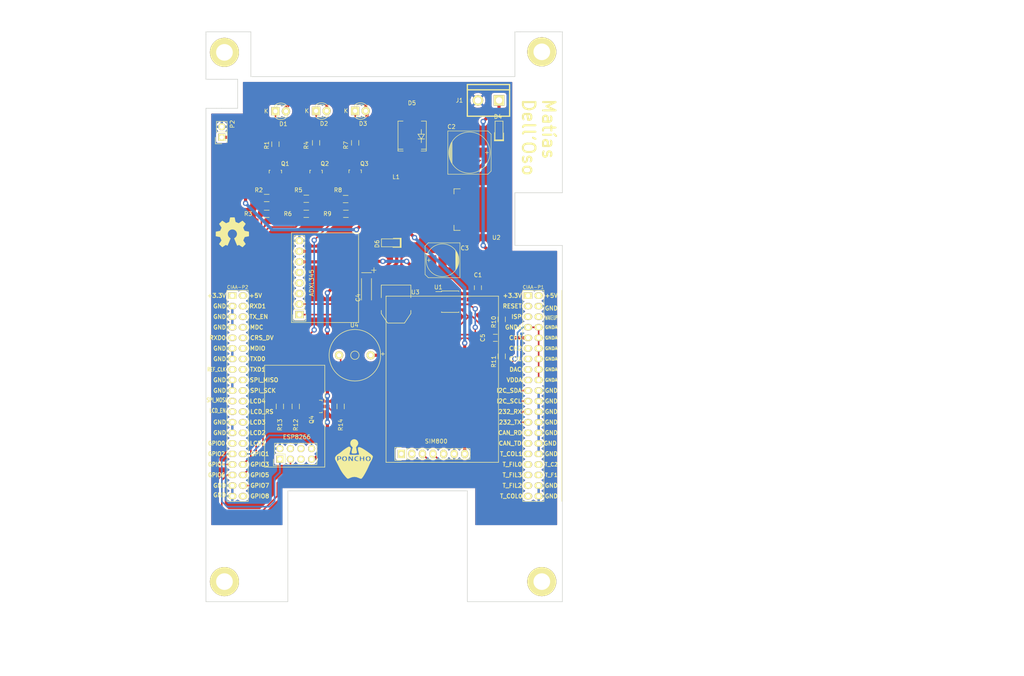
<source format=kicad_pcb>
(kicad_pcb (version 4) (host pcbnew 4.0.2-stable)
  (title_block (title "Detector de caídas - PCB") (date 2016-07-23) (rev 2.0) (company "CESE - Trabajo final de la materia \"Diseño de Circuitos Impresos\"") (comment 1 https://github.com/mdelloso/falling_detector) (comment 2 "Autores: Ver 'doc/CAMBIOS.txt'      Licencia: Ver  'doc/LICENCIA.txt'"))
  (layers (0 F.Cu signal) (31 B.Cu signal) (34 B.Paste user) (35 F.Paste user) (36 B.SilkS user) (37 F.SilkS user) (38 B.Mask user) (39 F.Mask user) (44 Edge.Cuts user))
  (net 0 "")
  (net 1 "/Circuito Principal/GPIO3")
  (net 2 GND)
  (net 3 +5V)
  (net 4 "/Circuito Principal/SDA")
  (net 5 "/Circuito Principal/GPIO5")
  (net 6 "/Circuito Principal/SCL")
  (net 7 "Net-(D1-Pad1)")
  (net 8 "Net-(D2-Pad1)")
  (net 9 "Net-(D3-Pad1)")
  (net 10 "/Circuito Principal/GPIO6")
  (net 11 "/Circuito Principal/GPIO4")
  (net 12 "/Circuito Principal/RS232_RXD")
  (net 13 "/Circuito Principal/RS232_TXD")
  (net 14 "/Conector del Poncho/GPIO1")
  (net 15 "/Conector del Poncho/GPIO2")
  (net 16 "Net-(Q1-Pad1)")
  (net 17 "Net-(Q1-Pad3)")
  (net 18 "Net-(Q2-Pad1)")
  (net 19 "Net-(Q2-Pad3)")
  (net 20 "Net-(Q3-Pad1)")
  (net 21 "Net-(Q3-Pad3)")
  (net 22 "Net-(C2-Pad1)")
  (net 23 "Net-(D5-Pad2)")
  (net 24 "Net-(D4-Pad1)")
  (net 25 "Net-(ADXL345-Pad3)")
  (net 26 "Net-(ADXL345-Pad4)")
  (net 27 "Net-(ADXL345-Pad5)")
  (net 28 "Net-(ESP8266-Pad4)")
  (net 29 "Net-(ESP8266-Pad5)")
  (net 30 "Net-(ESP8266-Pad6)")
  (net 31 "/Circuito Principal/ADC3")
  (net 32 "Net-(SIM800-Pad1)")
  (net 33 "Net-(SIM800-Pad2)")
  (net 34 "Net-(SIM800-Pad5)")
  (net 35 "Net-(U1-Pad1)")
  (net 36 "Net-(U1-Pad2)")
  (net 37 "Net-(U1-Pad3)")
  (net 38 "Net-(U1-Pad7)")
  (net 39 +3V3)
  (net 40 "/Conector del Poncho/ADC2")
  (net 41 "/Conector del Poncho/ADC1")
  (net 42 "/Conector del Poncho/WAKEUP")
  (net 43 "/Conector del Poncho/DAC")
  (net 44 +3.3VADC)
  (net 45 "/Conector del Poncho/RD")
  (net 46 "/Conector del Poncho/TD")
  (net 47 "/Conector del Poncho/COL1")
  (net 48 "/Conector del Poncho/F0")
  (net 49 "/Conector del Poncho/COL2")
  (net 50 "/Conector del Poncho/F1")
  (net 51 "/Conector del Poncho/F3")
  (net 52 "/Conector del Poncho/F2")
  (net 53 "/Conector del Poncho/RESET")
  (net 54 "/Conector del Poncho/ISP")
  (net 55 "/Conector del Poncho/COL0")
  (net 56 +3.3VP)
  (net 57 +5VP)
  (net 58 "/Conector del Poncho/RXD1")
  (net 59 "/Conector del Poncho/TXEN")
  (net 60 "/Conector del Poncho/MDC")
  (net 61 "/Conector del Poncho/RXD0")
  (net 62 "/Conector del Poncho/CRS")
  (net 63 "/Conector del Poncho/MDIO")
  (net 64 "/Conector del Poncho/TXD0")
  (net 65 "/Conector del Poncho/RCLK")
  (net 66 "/Conector del Poncho/TXD1")
  (net 67 "/Conector del Poncho/MISO")
  (net 68 "/Conector del Poncho/spiSCK")
  (net 69 "/Conector del Poncho/MOSI")
  (net 70 "/Conector del Poncho/LCD4")
  (net 71 "/Conector del Poncho/LCD_EN")
  (net 72 "/Conector del Poncho/RS")
  (net 73 "/Conector del Poncho/LCD3")
  (net 74 "/Conector del Poncho/LCD2")
  (net 75 "/Conector del Poncho/GPIO0")
  (net 76 "/Conector del Poncho/LCD1")
  (net 77 "/Circuito Principal/GPIO7")
  (net 78 "/Conector del Poncho/GPIO8")
  (net 79 "Net-(Q4-Pad1)")
  (net 80 "Net-(Q4-Pad3)")
  (net 81 "Net-(R14-Pad1)")
  (net 82 VDD)
  (net 83 "Net-(F1-Pad1)")
  (net 84 "Net-(F2-Pad1)")
  (net 85 VCC)
  (module footprints:Buzzer_12x9.5RM7.6 (layer F.Cu) (at 109.474 103.251 180)
    (fp_text reference U4 (at 0.127 7.239 180) (layer F.SilkS))
    (fp_text value Buzzer)
    (fp_text user + (at -6.731 0.381 180) (layer F.SilkS))
    (pad 1 thru_hole circle (at -3.79984 0 180) (size 2 2) (drill 1.00076) (layers *.Cu *.Mask F.SilkS) (net 85 VCC))
    (pad 2 thru_hole circle (at 3.79984 0 180) (size 2 2) (drill 1.00076) (layers *.Cu *.Mask F.SilkS) (net 81 "Net-(R14-Pad1)"))
  )
  (module footprints:Fiducial_1mm (layer F.Cu) (at 85.09 40.005)
    (fp_text reference F1 hide)
    (fp_text value FIDUCIAL hide)
    (pad 1 smd circle (at 0 0) (size 1 1) (layers F.Cu F.Mask) (net 83 "Net-(F1-Pad1)"))
  )
  (module footprints:Fiducial_1mm (layer F.Cu) (at 141.605 141.605)
    (fp_text reference F2 hide)
    (fp_text value FIDUCIAL hide)
    (pad 1 smd circle (at 0 0) (size 1 1) (layers F.Cu F.Mask) (net 84 "Net-(F2-Pad1)"))
  )
  (module footprints:Logo_Poncho (layer F.Cu) (at 109.22 128.27)
    (fp_text reference G*** hide)
    (fp_text value LOGO hide)
  )
  (module footprints:Logo_OSHWA (layer F.Cu) (at 80.01 73.66)
    (fp_text reference G101 hide)
    (fp_text value Logo_OSHWA hide)
  )
  (module footprints:adxl345 (layer F.Cu) (at 96.139 93.472 180)
    (fp_text reference ADXL345 (at -2.921 7.62 270) (layer F.SilkS))
    (fp_text value CONN_01X08)
    (pad 1 thru_hole rect (at 0 0 180) (size 2.032 1.7272) (drill 1.016) (layers *.Cu *.Mask F.SilkS) (net 6 "/Circuito Principal/SCL"))
    (pad 2 thru_hole oval (at 0 2.54 180) (size 2.032 1.7272) (drill 1.016) (layers *.Cu *.Mask F.SilkS) (net 4 "/Circuito Principal/SDA"))
    (pad 3 thru_hole oval (at 0 5.08 180) (size 2.032 1.7272) (drill 1.016) (layers *.Cu *.Mask F.SilkS) (net 25 "Net-(ADXL345-Pad3)"))
    (pad 4 thru_hole oval (at 0 7.62 180) (size 2.032 1.7272) (drill 1.016) (layers *.Cu *.Mask F.SilkS) (net 26 "Net-(ADXL345-Pad4)"))
    (pad 5 thru_hole oval (at 0 10.16 180) (size 2.032 1.7272) (drill 1.016) (layers *.Cu *.Mask F.SilkS) (net 27 "Net-(ADXL345-Pad5)"))
    (pad 6 thru_hole oval (at 0 12.7 180) (size 2.032 1.7272) (drill 1.016) (layers *.Cu *.Mask F.SilkS) (net 82 VDD))
    (pad 7 thru_hole oval (at 0 15.24 180) (size 2.032 1.7272) (drill 1.016) (layers *.Cu *.Mask F.SilkS) (net 82 VDD))
    (pad 8 thru_hole oval (at 0 17.78 180) (size 2.032 1.7272) (drill 1.016) (layers *.Cu *.Mask F.SilkS) (net 2 GND))
  )
  (module footprints:esp8266 (layer F.Cu) (at 91.44 128.27 90)
    (fp_text reference ESP8266 (at 5.334 4.064 180) (layer F.SilkS))
    (fp_text value CONN_02X04)
    (pad 1 thru_hole rect (at 0 0 90) (size 1.7272 1.7272) (drill 1.016) (layers *.Cu *.Mask F.SilkS) (net 15 "/Conector del Poncho/GPIO2"))
    (pad 2 thru_hole oval (at 2.54 0 90) (size 1.7272 1.7272) (drill 1.016) (layers *.Cu *.Mask F.SilkS) (net 2 GND))
    (pad 3 thru_hole oval (at 0 2.54 90) (size 1.7272 1.7272) (drill 1.016) (layers *.Cu *.Mask F.SilkS) (net 10 "/Circuito Principal/GPIO6"))
    (pad 4 thru_hole oval (at 2.54 2.54 90) (size 1.7272 1.7272) (drill 1.016) (layers *.Cu *.Mask F.SilkS) (net 28 "Net-(ESP8266-Pad4)"))
    (pad 5 thru_hole oval (at 0 5.08 90) (size 1.7272 1.7272) (drill 1.016) (layers *.Cu *.Mask F.SilkS) (net 29 "Net-(ESP8266-Pad5)"))
    (pad 6 thru_hole oval (at 2.54 5.08 90) (size 1.7272 1.7272) (drill 1.016) (layers *.Cu *.Mask F.SilkS) (net 30 "Net-(ESP8266-Pad6)"))
    (pad 7 thru_hole oval (at 0 7.62 90) (size 1.7272 1.7272) (drill 1.016) (layers *.Cu *.Mask F.SilkS) (net 82 VDD))
    (pad 8 thru_hole oval (at 2.54 7.62 90) (size 1.7272 1.7272) (drill 1.016) (layers *.Cu *.Mask F.SilkS) (net 14 "/Conector del Poncho/GPIO1"))
  )
  (module footprints:sim800l (layer F.Cu) (at 120.65 127 90)
    (fp_text reference SIM800 (at 3.048 8.382 180) (layer F.SilkS))
    (fp_text value CONN_01X07)
    (pad 1 thru_hole rect (at 0 0 90) (size 2.032 1.7272) (drill 1.016) (layers *.Cu *.Mask F.SilkS) (net 32 "Net-(SIM800-Pad1)"))
    (pad 2 thru_hole oval (at 0 2.54 90) (size 2.032 1.7272) (drill 1.016) (layers *.Cu *.Mask F.SilkS) (net 33 "Net-(SIM800-Pad2)"))
    (pad 3 thru_hole oval (at 0 5.08 90) (size 2.032 1.7272) (drill 1.016) (layers *.Cu *.Mask F.SilkS) (net 13 "/Circuito Principal/RS232_TXD"))
    (pad 4 thru_hole oval (at 0 7.62 90) (size 2.032 1.7272) (drill 1.016) (layers *.Cu *.Mask F.SilkS) (net 12 "/Circuito Principal/RS232_RXD"))
    (pad 5 thru_hole oval (at 0 10.16 90) (size 2.032 1.7272) (drill 1.016) (layers *.Cu *.Mask F.SilkS) (net 34 "Net-(SIM800-Pad5)"))
    (pad 6 thru_hole oval (at 0 12.7 90) (size 2.032 1.7272) (drill 1.016) (layers *.Cu *.Mask F.SilkS) (net 2 GND))
    (pad 7 thru_hole oval (at 0 15.24 90) (size 2.032 1.7272) (drill 1.016) (layers *.Cu *.Mask F.SilkS) (net 85 VCC))
  )
  (module footprints:C_0805_HandSoldering (layer F.Cu) (at 139.065 86.995 270)
    (fp_text reference C1 (at -3.048 0 360) (layer F.SilkS))
    (fp_text value 100nF)
    (pad 1 smd rect (at -1.25 0 270) (size 1.5 1.25) (layers F.Cu F.Paste F.Mask) (net 2 GND))
    (pad 2 smd rect (at 1.25 0 270) (size 1.5 1.25) (layers F.Cu F.Paste F.Mask) (net 82 VDD))
  )
  (module footprints:c2 (layer F.Cu) (at 137.033 54.483)
    (fp_text reference C2 (at -4.318 -6.223) (layer F.SilkS))
    (fp_text value 470uF hide)
    (pad 1 smd rect (at 4.0005 0) (size 4.0005 2.4003) (layers F.Cu F.Paste F.Mask) (net 22 "Net-(C2-Pad1)"))
    (pad 2 smd rect (at -4.0005 0) (size 4.0005 2.4003) (layers F.Cu F.Paste F.Mask) (net 2 GND))
  )
  (module footprints:c3 (layer F.Cu) (at 130.556 80.391 180)
    (fp_text reference C3 (at -5.334 2.921 360) (layer F.SilkS))
    (fp_text value 330uF hide)
    (pad 1 smd rect (at 3.2512 0 180) (size 3.50012 2.4003) (layers F.Cu F.Paste F.Mask) (net 85 VCC))
    (pad 2 smd rect (at -3.2512 0 180) (size 3.50012 2.4003) (layers F.Cu F.Paste F.Mask) (net 2 GND))
  )
  (module footprints:TantalC_SizeA_EIA-3216_HandSoldering (layer F.Cu) (at 112.268 87.376 270)
    (fp_text reference C4 (at 2.032 2.032 270) (layer F.SilkS))
    (fp_text value 10uF)
    (pad 2 smd rect (at 1.99898 0 270) (size 2.99974 1.50114) (layers F.Cu F.Paste F.Mask) (net 2 GND))
    (pad 1 smd rect (at -1.99898 0 270) (size 2.99974 1.50114) (layers F.Cu F.Paste F.Mask) (net 82 VDD))
  )
  (module footprints:C_0805_HandSoldering (layer F.Cu) (at 143.256 99.06)
    (fp_text reference C5 (at -3.048 0 90) (layer F.SilkS))
    (fp_text value 100nF)
    (pad 1 smd rect (at -1.25 0) (size 1.5 1.25) (layers F.Cu F.Paste F.Mask) (net 2 GND))
    (pad 2 smd rect (at 1.25 0) (size 1.5 1.25) (layers F.Cu F.Paste F.Mask) (net 31 "/Circuito Principal/ADC3"))
  )
  (module footprints:LED-3MM (layer F.Cu) (at 90.3605 44.5135)
    (fp_text reference D1 (at 1.91 3.06) (layer F.SilkS))
    (fp_text value LED)
    (fp_text user K (at -2.2225 0) (layer F.SilkS))
    (pad 1 thru_hole rect (at 0 0 90) (size 2 2) (drill 1.00076) (layers *.Cu *.Mask F.SilkS) (net 7 "Net-(D1-Pad1)"))
    (pad 2 thru_hole circle (at 2.54 0) (size 2 2) (drill 1.00076) (layers *.Cu *.Mask F.SilkS) (net 85 VCC))
  )
  (module footprints:LED-3MM (layer F.Cu) (at 100.1395 44.45)
    (fp_text reference D2 (at 1.91 3.06) (layer F.SilkS))
    (fp_text value LED)
    (fp_text user K (at -2.2225 0) (layer F.SilkS))
    (pad 1 thru_hole rect (at 0 0 90) (size 2 2) (drill 1.00076) (layers *.Cu *.Mask F.SilkS) (net 8 "Net-(D2-Pad1)"))
    (pad 2 thru_hole circle (at 2.54 0) (size 2 2) (drill 1.00076) (layers *.Cu *.Mask F.SilkS) (net 85 VCC))
  )
  (module footprints:LED-3MM (layer F.Cu) (at 109.5375 44.45)
    (fp_text reference D3 (at 1.91 3.06) (layer F.SilkS))
    (fp_text value LED)
    (fp_text user K (at -2.2225 0) (layer F.SilkS))
    (pad 1 thru_hole rect (at 0 0 90) (size 2 2) (drill 1.00076) (layers *.Cu *.Mask F.SilkS) (net 9 "Net-(D3-Pad1)"))
    (pad 2 thru_hole circle (at 2.54 0) (size 2 2) (drill 1.00076) (layers *.Cu *.Mask F.SilkS) (net 85 VCC))
  )
  (module footprints:SOD123F (layer F.Cu) (at 144.145 49.149 270)
    (fp_text reference D4 (at -3.302 0.254 360) (layer F.SilkS))
    (fp_text value PMEG3020EH hide)
    (pad 1 smd rect (at -1.42494 0) (size 1.80086 1.34112) (layers F.Cu F.Paste F.Mask) (net 24 "Net-(D4-Pad1)"))
    (pad 2 smd rect (at 1.43002 0) (size 1.80086 1.34112) (layers F.Cu F.Paste F.Mask) (net 22 "Net-(C2-Pad1)"))
  )
  (module footprints:SMC_Handsoldering (layer F.Cu) (at 123.25 50.5 90)
    (fp_text reference D5 (at 7.955 -0.06 180) (layer F.SilkS))
    (fp_text value B540C-13-F)
    (pad 2 smd rect (at -4.39928 0 180) (size 3.29946 4.50088) (layers F.Cu F.Paste F.Mask) (net 23 "Net-(D5-Pad2)"))
    (pad 1 smd rect (at 4.39928 0 180) (size 3.29946 4.49834) (layers F.Cu F.Paste F.Mask) (net 2 GND))
  )
  (module footprints:SOD123F (layer F.Cu) (at 118.11 76.2)
    (fp_text reference D6 (at -3.302 0.254 90) (layer F.SilkS))
    (fp_text value SMAZ5V6 hide)
    (pad 1 smd rect (at -1.42494 0 90) (size 1.80086 1.34112) (layers F.Cu F.Paste F.Mask) (net 2 GND))
    (pad 2 smd rect (at 1.43002 0 90) (size 1.80086 1.34112) (layers F.Cu F.Paste F.Mask) (net 85 VCC))
  )
  (module footprints:bornier2 (layer F.Cu) (at 141.605 41.91 180)
    (fp_text reference J1 (at 6.985 0 180) (layer F.SilkS))
    (fp_text value TB_1X2 hide)
    (pad 1 thru_hole rect (at -2.54 0 180) (size 2.54 2.54) (drill 1.524) (layers *.Cu *.Mask F.SilkS) (net 24 "Net-(D4-Pad1)"))
    (pad 2 thru_hole circle (at 2.54 0 180) (size 2.54 2.54) (drill 1.524) (layers *.Cu *.Mask F.SilkS) (net 2 GND))
  )
  (module footprints:SRN1060 (layer F.Cu) (at 119.4435 66.8655 270)
    (fp_text reference L1 (at -6.5405 0.0635 360) (layer F.SilkS))
    (fp_text value 47uH hide)
    (pad 2 smd rect (at 3.3 0 270) (size 3.5 10.2) (layers F.Cu F.Paste F.Mask) (net 85 VCC))
    (pad 1 smd rect (at -3.3 0 270) (size 3.5 10.2) (layers F.Cu F.Paste F.Mask) (net 23 "Net-(D5-Pad2)"))
  )
  (module footprints:Pin_Header_Straight_2x01 (layer F.Cu) (at 77.47 50.8 90)
    (fp_text reference P2 (at 3.175 2.54 90) (layer F.SilkS))
    (fp_text value CONN_02X01)
    (pad 1 thru_hole rect (at 0 0 90) (size 1.7272 1.7272) (drill 1.016) (layers *.Cu *.Mask F.SilkS) (net 85 VCC))
    (pad 2 thru_hole oval (at 2.54 0 90) (size 1.7272 1.7272) (drill 1.016) (layers *.Cu *.Mask F.SilkS) (net 2 GND))
  )
  (module footprints:SOT-23_Handsoldering (layer F.Cu) (at 90.3605 59.3725)
    (fp_text reference Q1 (at 2.3495 -2.2225) (layer F.SilkS))
    (fp_text value 2N7002)
    (pad 1 smd rect (at -0.95 1.50114) (size 0.8001 1.80086) (layers F.Cu F.Paste F.Mask) (net 16 "Net-(Q1-Pad1)"))
    (pad 2 smd rect (at 0.95 1.50114) (size 0.8001 1.80086) (layers F.Cu F.Paste F.Mask) (net 2 GND))
    (pad 3 smd rect (at 0 -1.50114) (size 0.8001 1.80086) (layers F.Cu F.Paste F.Mask) (net 17 "Net-(Q1-Pad3)"))
  )
  (module footprints:SOT-23_Handsoldering (layer F.Cu) (at 100.1395 59.3725)
    (fp_text reference Q2 (at 2.0955 -2.2225) (layer F.SilkS))
    (fp_text value 2N7002)
    (pad 1 smd rect (at -0.95 1.50114) (size 0.8001 1.80086) (layers F.Cu F.Paste F.Mask) (net 18 "Net-(Q2-Pad1)"))
    (pad 2 smd rect (at 0.95 1.50114) (size 0.8001 1.80086) (layers F.Cu F.Paste F.Mask) (net 2 GND))
    (pad 3 smd rect (at 0 -1.50114) (size 0.8001 1.80086) (layers F.Cu F.Paste F.Mask) (net 19 "Net-(Q2-Pad3)"))
  )
  (module footprints:SOT-23_Handsoldering (layer F.Cu) (at 109.5375 59.309)
    (fp_text reference Q3 (at 2.2225 -2.159) (layer F.SilkS))
    (fp_text value 2N7002)
    (pad 1 smd rect (at -0.95 1.50114) (size 0.8001 1.80086) (layers F.Cu F.Paste F.Mask) (net 20 "Net-(Q3-Pad1)"))
    (pad 2 smd rect (at 0.95 1.50114) (size 0.8001 1.80086) (layers F.Cu F.Paste F.Mask) (net 2 GND))
    (pad 3 smd rect (at 0 -1.50114) (size 0.8001 1.80086) (layers F.Cu F.Paste F.Mask) (net 21 "Net-(Q3-Pad3)"))
  )
  (module footprints:SOT-23_Handsoldering (layer F.Cu) (at 100.965 115.57 270)
    (fp_text reference Q4 (at 3.175 1.905 270) (layer F.SilkS))
    (fp_text value 2N7002)
    (pad 1 smd rect (at -0.95 1.50114 270) (size 0.8001 1.80086) (layers F.Cu F.Paste F.Mask) (net 79 "Net-(Q4-Pad1)"))
    (pad 2 smd rect (at 0.95 1.50114 270) (size 0.8001 1.80086) (layers F.Cu F.Paste F.Mask) (net 2 GND))
    (pad 3 smd rect (at 0 -1.50114 270) (size 0.8001 1.80086) (layers F.Cu F.Paste F.Mask) (net 80 "Net-(Q4-Pad3)"))
  )
  (module footprints:R_0805_HandSoldering (layer F.Cu) (at 90.3605 52.451 90)
    (fp_text reference R1 (at -0.254 -2.0955 90) (layer F.SilkS))
    (fp_text value 680)
    (pad 1 smd rect (at -1.35 0 90) (size 1.5 1.3) (layers F.Cu F.Paste F.Mask) (net 17 "Net-(Q1-Pad3)"))
    (pad 2 smd rect (at 1.35 0 90) (size 1.5 1.3) (layers F.Cu F.Paste F.Mask) (net 7 "Net-(D1-Pad1)"))
  )
  (module footprints:R_0805_HandSoldering (layer F.Cu) (at 88.265 65.405 180)
    (fp_text reference R2 (at 1.905 1.905 180) (layer F.SilkS))
    (fp_text value 10K)
    (pad 1 smd rect (at -1.35 0 180) (size 1.5 1.3) (layers F.Cu F.Paste F.Mask) (net 16 "Net-(Q1-Pad1)"))
    (pad 2 smd rect (at 1.35 0 180) (size 1.5 1.3) (layers F.Cu F.Paste F.Mask) (net 11 "/Circuito Principal/GPIO4"))
  )
  (module footprints:R_0805_HandSoldering (layer F.Cu) (at 88.265 69.215 180)
    (fp_text reference R3 (at 4.445 0 180) (layer F.SilkS))
    (fp_text value 330K)
    (pad 1 smd rect (at -1.35 0 180) (size 1.5 1.3) (layers F.Cu F.Paste F.Mask) (net 2 GND))
    (pad 2 smd rect (at 1.35 0 180) (size 1.5 1.3) (layers F.Cu F.Paste F.Mask) (net 11 "/Circuito Principal/GPIO4"))
  )
  (module footprints:R_0805_HandSoldering (layer F.Cu) (at 100.1395 52.1335 90)
    (fp_text reference R4 (at -0.5715 -2.3495 90) (layer F.SilkS))
    (fp_text value 680)
    (pad 1 smd rect (at -1.35 0 90) (size 1.5 1.3) (layers F.Cu F.Paste F.Mask) (net 19 "Net-(Q2-Pad3)"))
    (pad 2 smd rect (at 1.35 0 90) (size 1.5 1.3) (layers F.Cu F.Paste F.Mask) (net 8 "Net-(D2-Pad1)"))
  )
  (module footprints:R_0805_HandSoldering (layer F.Cu) (at 97.79 65.5955 180)
    (fp_text reference R5 (at 1.905 2.0955 180) (layer F.SilkS))
    (fp_text value 10K)
    (pad 1 smd rect (at -1.35 0 180) (size 1.5 1.3) (layers F.Cu F.Paste F.Mask) (net 18 "Net-(Q2-Pad1)"))
    (pad 2 smd rect (at 1.35 0 180) (size 1.5 1.3) (layers F.Cu F.Paste F.Mask) (net 1 "/Circuito Principal/GPIO3"))
  )
  (module footprints:R_0805_HandSoldering (layer F.Cu) (at 97.79 69.215 180)
    (fp_text reference R6 (at 4.445 0 180) (layer F.SilkS))
    (fp_text value 330K)
    (pad 1 smd rect (at -1.35 0 180) (size 1.5 1.3) (layers F.Cu F.Paste F.Mask) (net 2 GND))
    (pad 2 smd rect (at 1.35 0 180) (size 1.5 1.3) (layers F.Cu F.Paste F.Mask) (net 1 "/Circuito Principal/GPIO3"))
  )
  (module footprints:R_0805_HandSoldering (layer F.Cu) (at 109.5375 52.1335 90)
    (fp_text reference R7 (at -0.5715 -2.2225 90) (layer F.SilkS))
    (fp_text value 680)
    (pad 1 smd rect (at -1.35 0 90) (size 1.5 1.3) (layers F.Cu F.Paste F.Mask) (net 21 "Net-(Q3-Pad3)"))
    (pad 2 smd rect (at 1.35 0 90) (size 1.5 1.3) (layers F.Cu F.Paste F.Mask) (net 9 "Net-(D3-Pad1)"))
  )
  (module footprints:R_0805_HandSoldering (layer F.Cu) (at 107.2515 65.659 180)
    (fp_text reference R8 (at 1.8415 2.159 180) (layer F.SilkS))
    (fp_text value 10K)
    (pad 1 smd rect (at -1.35 0 180) (size 1.5 1.3) (layers F.Cu F.Paste F.Mask) (net 20 "Net-(Q3-Pad1)"))
    (pad 2 smd rect (at 1.35 0 180) (size 1.5 1.3) (layers F.Cu F.Paste F.Mask) (net 5 "/Circuito Principal/GPIO5"))
  )
  (module footprints:R_0805_HandSoldering (layer F.Cu) (at 107.315 69.215 180)
    (fp_text reference R9 (at 4.445 0 180) (layer F.SilkS))
    (fp_text value 330K)
    (pad 1 smd rect (at -1.35 0 180) (size 1.5 1.3) (layers F.Cu F.Paste F.Mask) (net 2 GND))
    (pad 2 smd rect (at 1.35 0 180) (size 1.5 1.3) (layers F.Cu F.Paste F.Mask) (net 5 "/Circuito Principal/GPIO5"))
  )
  (module footprints:R_0805_HandSoldering (layer F.Cu) (at 144.78 94.615 270)
    (fp_text reference R10 (at 0.635 1.905 270) (layer F.SilkS))
    (fp_text value 470K)
    (pad 1 smd rect (at -1.35 0 270) (size 1.5 1.3) (layers F.Cu F.Paste F.Mask) (net 24 "Net-(D4-Pad1)"))
    (pad 2 smd rect (at 1.35 0 270) (size 1.5 1.3) (layers F.Cu F.Paste F.Mask) (net 31 "/Circuito Principal/ADC3"))
  )
  (module footprints:R_0805_HandSoldering (layer F.Cu) (at 144.78 103.505 270)
    (fp_text reference R11 (at 1.27 1.905 270) (layer F.SilkS))
    (fp_text value 270K)
    (pad 1 smd rect (at -1.35 0 270) (size 1.5 1.3) (layers F.Cu F.Paste F.Mask) (net 31 "/Circuito Principal/ADC3"))
    (pad 2 smd rect (at 1.35 0 270) (size 1.5 1.3) (layers F.Cu F.Paste F.Mask) (net 2 GND))
  )
  (module footprints:R_0805_HandSoldering (layer F.Cu) (at 95.25 115.57 270)
    (fp_text reference R12 (at 4.445 0 270) (layer F.SilkS))
    (fp_text value 10K)
    (pad 1 smd rect (at -1.35 0 270) (size 1.5 1.3) (layers F.Cu F.Paste F.Mask) (net 77 "/Circuito Principal/GPIO7"))
    (pad 2 smd rect (at 1.35 0 270) (size 1.5 1.3) (layers F.Cu F.Paste F.Mask) (net 79 "Net-(Q4-Pad1)"))
  )
  (module footprints:R_0805_HandSoldering (layer F.Cu) (at 91.44 115.57 270)
    (fp_text reference R13 (at 4.445 0 270) (layer F.SilkS))
    (fp_text value 330K)
    (pad 1 smd rect (at -1.35 0 270) (size 1.5 1.3) (layers F.Cu F.Paste F.Mask) (net 77 "/Circuito Principal/GPIO7"))
    (pad 2 smd rect (at 1.35 0 270) (size 1.5 1.3) (layers F.Cu F.Paste F.Mask) (net 2 GND))
  )
  (module footprints:R_0805_HandSoldering (layer F.Cu) (at 106.045 115.57 270)
    (fp_text reference R14 (at 4.445 0 270) (layer F.SilkS))
    (fp_text value 680)
    (pad 1 smd rect (at -1.35 0 270) (size 1.5 1.3) (layers F.Cu F.Paste F.Mask) (net 81 "Net-(R14-Pad1)"))
    (pad 2 smd rect (at 1.35 0 270) (size 1.5 1.3) (layers F.Cu F.Paste F.Mask) (net 80 "Net-(Q4-Pad3)"))
  )
  (module footprints:SOIC-8_3.9x4.9mm_Pitch1.27mm (layer F.Cu) (at 132.3975 90.3605)
    (fp_text reference U1 (at -2.8575 -3.4925) (layer F.SilkS))
    (fp_text value 24LC64)
    (pad 1 smd rect (at -2.7 -1.905) (size 1.55 0.6) (layers F.Cu F.Paste F.Mask) (net 35 "Net-(U1-Pad1)"))
    (pad 2 smd rect (at -2.7 -0.635) (size 1.55 0.6) (layers F.Cu F.Paste F.Mask) (net 36 "Net-(U1-Pad2)"))
    (pad 3 smd rect (at -2.7 0.635) (size 1.55 0.6) (layers F.Cu F.Paste F.Mask) (net 37 "Net-(U1-Pad3)"))
    (pad 4 smd rect (at -2.7 1.905) (size 1.55 0.6) (layers F.Cu F.Paste F.Mask) (net 2 GND))
    (pad 5 smd rect (at 2.7 1.905) (size 1.55 0.6) (layers F.Cu F.Paste F.Mask) (net 4 "/Circuito Principal/SDA"))
    (pad 6 smd rect (at 2.7 0.635) (size 1.55 0.6) (layers F.Cu F.Paste F.Mask) (net 6 "/Circuito Principal/SCL"))
    (pad 7 smd rect (at 2.7 -0.635) (size 1.55 0.6) (layers F.Cu F.Paste F.Mask) (net 38 "Net-(U1-Pad7)"))
    (pad 8 smd rect (at 2.7 -1.905) (size 1.55 0.6) (layers F.Cu F.Paste F.Mask) (net 82 VDD))
  )
  (module footprints:TO-263-5Lead (layer F.Cu) (at 130.81 68.199)
    (fp_text reference U2 (at 12.7 6.731 180) (layer F.SilkS))
    (fp_text value LM2596)
    (pad 5 smd rect (at 0 3.4) (size 4.6 1.1) (layers F.Cu F.Paste F.Mask) (net 2 GND))
    (pad 4 smd rect (at 0 1.7) (size 4.6 1.1) (layers F.Cu F.Paste F.Mask) (net 85 VCC))
    (pad 2 smd rect (at 0 -1.7) (size 4.6 1.1) (layers F.Cu F.Paste F.Mask) (net 23 "Net-(D5-Pad2)"))
    (pad 3 smd rect (at 9.15 0) (size 9.4 10.8) (layers F.Cu F.Paste F.Mask) (net 2 GND))
    (pad 3 smd rect (at 0 0) (size 4.6 1.1) (layers F.Cu F.Paste F.Mask) (net 2 GND))
    (pad 1 smd rect (at 0 -3.4) (size 4.6 1.1) (layers F.Cu F.Paste F.Mask) (net 22 "Net-(C2-Pad1)"))
  )
  (module footprints:SOT-223 (layer F.Cu) (at 119.38 90.932 180)
    (fp_text reference U3 (at -4.6355 2.8575 180) (layer F.SilkS))
    (fp_text value NCP1117ST33T3G)
    (pad 4 smd rect (at 0 -3.302 180) (size 3.6576 2.032) (layers F.Cu F.Paste F.Mask))
    (pad 2 smd rect (at 0 3.302 180) (size 1.016 2.032) (layers F.Cu F.Paste F.Mask) (net 82 VDD))
    (pad 3 smd rect (at 2.286 3.302 180) (size 1.016 2.032) (layers F.Cu F.Paste F.Mask) (net 85 VCC))
    (pad 1 smd rect (at -2.286 3.302 180) (size 1.016 2.032) (layers F.Cu F.Paste F.Mask) (net 2 GND))
  )
  (module footprints:Conn_Poncho_Completo (layer F.Cu) (at 151.13 88.9)
    (fp_text reference XA1 hide)
    (fp_text value Conn_Poncho2P_2x_20x2 hide)
    (fp_text user GPIO8 (at -64.516 48.26) (layer F.SilkS) (effects (font (thickness 0.2))))
    (fp_text user GPIO7 (at -64.516 45.72) (layer F.SilkS) (effects (font (thickness 0.2))))
    (fp_text user GPIO5 (at -64.516 43.18) (layer F.SilkS) (effects (font (thickness 0.2))))
    (fp_text user GPIO3 (at -64.516 40.64) (layer F.SilkS) (effects (font (thickness 0.2))))
    (fp_text user GPIO1 (at -64.516 38.1) (layer F.SilkS) (effects (font (thickness 0.2))))
    (fp_text user LCD1 (at -65.024 35.56) (layer F.SilkS) (effects (font (thickness 0.2))))
    (fp_text user LCD2 (at -65.024 33.02) (layer F.SilkS) (effects (font (thickness 0.2))))
    (fp_text user LCD3 (at -65.024 30.48) (layer F.SilkS) (effects (font (thickness 0.2))))
    (fp_text user LCD_RS (at -64.008 27.94) (layer F.SilkS) (effects (font (thickness 0.2))))
    (fp_text user LCD4 (at -65.024 25.4) (layer F.SilkS) (effects (font (thickness 0.2))))
    (fp_text user SPI_SCK (at -63.754 22.86) (layer F.SilkS) (effects (font (thickness 0.2))))
    (fp_text user SPI_MISO (at -63.5 20.32) (layer F.SilkS) (effects (font (thickness 0.2))))
    (fp_text user TXD1 (at -65.024 17.78) (layer F.SilkS) (effects (font (thickness 0.2))))
    (fp_text user TXD0 (at -65.024 15.24) (layer F.SilkS) (effects (font (thickness 0.2))))
    (fp_text user MDIO (at -65.024 12.7) (layer F.SilkS) (effects (font (thickness 0.2))))
    (fp_text user CRS_DV (at -64.008 10.16) (layer F.SilkS) (effects (font (thickness 0.2))))
    (fp_text user MDC (at -65.278 7.62) (layer F.SilkS) (effects (font (thickness 0.2))))
    (fp_text user TX_EN (at -64.77 5.08) (layer F.SilkS) (effects (font (thickness 0.2))))
    (fp_text user RXD1 (at -65.024 2.54) (layer F.SilkS) (effects (font (thickness 0.2))))
    (fp_text user +5V (at -65.532 0) (layer F.SilkS) (effects (font (thickness 0.2))))
    (fp_text user GND (at -74.168 48.006) (layer F.SilkS) (effects (font (thickness 0.2))))
    (fp_text user GND (at -74.168 45.72) (layer F.SilkS) (effects (font (thickness 0.2))))
    (fp_text user GPIO6 (at -74.93 43.18) (layer F.SilkS) (effects (font (size 1 0.9) (thickness 0.2))))
    (fp_text user GPIO4 (at -74.93 40.64) (layer F.SilkS) (effects (font (size 1 0.9) (thickness 0.2))))
    (fp_text user GPIO2 (at -74.93 38.1) (layer F.SilkS) (effects (font (size 1 0.9) (thickness 0.2))))
    (fp_text user GPIO0 (at -74.93 35.56) (layer F.SilkS) (effects (font (size 1 0.9) (thickness 0.2))))
    (fp_text user GND (at -74.168 33.02) (layer F.SilkS) (effects (font (thickness 0.2))))
    (fp_text user GND (at -74.168 30.48) (layer F.SilkS) (effects (font (thickness 0.2))))
    (fp_text user LCD_EN (at -74.676 27.686) (layer F.SilkS) (effects (font (size 1 0.7) (thickness 0.17))))
    (fp_text user SPI_MOSI (at -74.93 25.146) (layer F.SilkS) (effects (font (size 1 0.7) (thickness 0.17))))
    (fp_text user GND (at -74.168 22.86) (layer F.SilkS) (effects (font (thickness 0.2))))
    (fp_text user GND (at -74.168 20.32) (layer F.SilkS) (effects (font (thickness 0.2))))
    (fp_text user REF_CLK (at -74.93 17.78) (layer F.SilkS) (effects (font (size 0.9 0.7) (thickness 0.175))))
    (fp_text user GND (at -74.168 15.24) (layer F.SilkS) (effects (font (thickness 0.2))))
    (fp_text user GND (at -74.168 12.7) (layer F.SilkS) (effects (font (thickness 0.2))))
    (fp_text user GND (at -74.168 7.62) (layer F.SilkS) (effects (font (thickness 0.2))))
    (fp_text user RXD0 (at -74.676 10.16) (layer F.SilkS) (effects (font (thickness 0.2))))
    (fp_text user GND (at -74.168 5.08) (layer F.SilkS) (effects (font (thickness 0.2))))
    (fp_text user GND (at -74.168 2.54) (layer F.SilkS) (effects (font (thickness 0.2))))
    (fp_text user +3.3V (at -74.93 0) (layer F.SilkS) (effects (font (thickness 0.2))))
    (fp_text user GND (at 5.588 48.26) (layer F.SilkS) (effects (font (thickness 0.2))))
    (fp_text user GND (at 5.588 45.72) (layer F.SilkS) (effects (font (thickness 0.2))))
    (fp_text user T_F1 (at 5.588 43.18) (layer F.SilkS) (effects (font (size 0.9 0.9) (thickness 0.18))))
    (fp_text user T_C2 (at 5.588 40.64) (layer F.SilkS) (effects (font (size 0.9 0.9) (thickness 0.18))))
    (fp_text user GND (at 5.588 38.1) (layer F.SilkS) (effects (font (thickness 0.2))))
    (fp_text user GND (at 5.334 35.56) (layer F.SilkS) (effects (font (thickness 0.2))))
    (fp_text user GND (at 5.588 33.02) (layer F.SilkS) (effects (font (thickness 0.2))))
    (fp_text user GND (at 5.588 30.48) (layer F.SilkS) (effects (font (thickness 0.2))))
    (fp_text user GND (at 5.588 27.94) (layer F.SilkS) (effects (font (thickness 0.2))))
    (fp_text user GND (at 5.588 25.4) (layer F.SilkS) (effects (font (thickness 0.2))))
    (fp_text user GND (at 5.588 22.86) (layer F.SilkS) (effects (font (thickness 0.2))))
    (fp_text user GNDA (at 5.588 20.32) (layer F.SilkS) (effects (font (size 0.76 0.76) (thickness 0.19))))
    (fp_text user GNDA (at 5.588 17.78) (layer F.SilkS) (effects (font (size 0.76 0.76) (thickness 0.19))))
    (fp_text user GNDA (at 5.588 15.24) (layer F.SilkS) (effects (font (size 0.76 0.76) (thickness 0.19))))
    (fp_text user GNDA (at 5.588 12.7) (layer F.SilkS) (effects (font (size 0.76 0.76) (thickness 0.19))))
    (fp_text user GNDA (at 5.588 10.16) (layer F.SilkS) (effects (font (size 0.76 0.76) (thickness 0.19))))
    (fp_text user GNDA (at 5.588 7.62) (layer F.SilkS) (effects (font (size 0.76 0.76) (thickness 0.19))))
    (fp_text user WAKEUP (at 5.588 5.334) (layer F.SilkS) (effects (font (size 1 0.5) (thickness 0.125))))
    (fp_text user GND (at 5.588 3.048) (layer F.SilkS) (effects (font (thickness 0.2))))
    (fp_text user +5V (at 5.588 0) (layer F.SilkS) (effects (font (thickness 0.2))))
    (fp_text user T_COL0 (at -4.064 48.26) (layer F.SilkS) (effects (font (thickness 0.2))))
    (fp_text user T_FIL2 (at -3.81 45.72) (layer F.SilkS) (effects (font (thickness 0.2))))
    (fp_text user T_FIL3 (at -3.81 43.18) (layer F.SilkS) (effects (font (thickness 0.2))))
    (fp_text user T_FIL0 (at -3.81 40.64) (layer F.SilkS) (effects (font (thickness 0.2))))
    (fp_text user T_COL1 (at -4.064 38.1) (layer F.SilkS) (effects (font (thickness 0.2))))
    (fp_text user CAN_TD (at -4.318 35.56) (layer F.SilkS) (effects (font (thickness 0.2))))
    (fp_text user CAN_RD (at -4.318 33.02) (layer F.SilkS) (effects (font (thickness 0.2))))
    (fp_text user 232_TX (at -4.318 30.48) (layer F.SilkS) (effects (font (thickness 0.2))))
    (fp_text user 232_RX (at -4.318 27.94) (layer F.SilkS) (effects (font (thickness 0.2))))
    (fp_text user I2C_SCL (at -4.572 25.4) (layer F.SilkS) (effects (font (thickness 0.2))))
    (fp_text user I2C_SDA (at -4.572 22.86) (layer F.SilkS) (effects (font (thickness 0.2))))
    (fp_text user VDDA (at -3.302 20.32) (layer F.SilkS) (effects (font (thickness 0.2))))
    (fp_text user DAC (at -3.048 17.78) (layer F.SilkS) (effects (font (thickness 0.2))))
    (fp_text user CH1 (at -3.048 15.24) (layer F.SilkS) (effects (font (thickness 0.2))))
    (fp_text user CH2 (at -3.048 12.7) (layer F.SilkS) (effects (font (thickness 0.2))))
    (fp_text user CH3 (at -3.048 10.16) (layer F.SilkS) (effects (font (thickness 0.2))))
    (fp_text user GNDA (at -3.556 7.62) (layer F.SilkS) (effects (font (thickness 0.2))))
    (fp_text user ISP (at -2.794 5.08) (layer F.SilkS) (effects (font (thickness 0.2))))
    (fp_text user RESET (at -3.81 2.54) (layer F.SilkS) (effects (font (thickness 0.2))))
    (fp_text user CIAA-P2 (at -69.85 -2.032) (layer F.SilkS) (effects (font (size 0.8 0.8) (thickness 0.12))))
    (fp_text user CIAA-P1 (at 1.27 -2.032) (layer F.SilkS) (effects (font (size 0.8 0.8) (thickness 0.12))))
    (fp_text user +3.3V (at -3.81 0) (layer F.SilkS) (effects (font (thickness 0.2))))
    (pad 1 thru_hole rect (at 0 0 270) (size 1.524 2) (drill 1.016) (layers *.Cu *.Mask F.SilkS) (net 39 +3V3))
    (pad 2 thru_hole oval (at 2.54 0 270) (size 1.524 2) (drill 1.016) (layers *.Cu *.Mask F.SilkS) (net 3 +5V))
    (pad 11 thru_hole oval (at 0 12.7 270) (size 1.524 2) (drill 1.016) (layers *.Cu *.Mask F.SilkS) (net 40 "/Conector del Poncho/ADC2"))
    (pad 4 thru_hole oval (at 2.54 2.54 270) (size 1.524 2) (drill 1.016) (layers *.Cu *.Mask F.SilkS) (net 2 GND))
    (pad 13 thru_hole oval (at 0 15.24 270) (size 1.524 2) (drill 1.016) (layers *.Cu *.Mask F.SilkS) (net 41 "/Conector del Poncho/ADC1"))
    (pad 6 thru_hole oval (at 2.54 5.08 270) (size 1.524 2) (drill 1.016) (layers *.Cu *.Mask F.SilkS) (net 42 "/Conector del Poncho/WAKEUP"))
    (pad 15 thru_hole oval (at 0 17.78 270) (size 1.524 2) (drill 1.016) (layers *.Cu *.Mask F.SilkS) (net 43 "/Conector del Poncho/DAC"))
    (pad 8 thru_hole oval (at 2.54 7.62 270) (size 1.524 2) (drill 1.016) (layers *.Cu *.Mask F.SilkS) (net 2 GND))
    (pad 17 thru_hole oval (at 0 20.32 270) (size 1.524 2) (drill 1.016) (layers *.Cu *.Mask F.SilkS) (net 44 +3.3VADC))
    (pad 10 thru_hole oval (at 2.54 10.16 270) (size 1.524 2) (drill 1.016) (layers *.Cu *.Mask F.SilkS) (net 2 GND))
    (pad 19 thru_hole oval (at 0 22.86 270) (size 1.524 2) (drill 1.016) (layers *.Cu *.Mask F.SilkS) (net 4 "/Circuito Principal/SDA"))
    (pad 12 thru_hole oval (at 2.54 12.7 270) (size 1.524 2) (drill 1.016) (layers *.Cu *.Mask F.SilkS) (net 2 GND))
    (pad 21 thru_hole oval (at 0 25.4 270) (size 1.524 2) (drill 1.016) (layers *.Cu *.Mask F.SilkS) (net 6 "/Circuito Principal/SCL"))
    (pad 14 thru_hole oval (at 2.54 15.24 270) (size 1.524 2) (drill 1.016) (layers *.Cu *.Mask F.SilkS) (net 2 GND))
    (pad 23 thru_hole oval (at 0 27.94 270) (size 1.524 2) (drill 1.016) (layers *.Cu *.Mask F.SilkS) (net 12 "/Circuito Principal/RS232_RXD"))
    (pad 16 thru_hole oval (at 2.54 17.78 270) (size 1.524 2) (drill 1.016) (layers *.Cu *.Mask F.SilkS) (net 2 GND))
    (pad 25 thru_hole oval (at 0 30.48 270) (size 1.524 2) (drill 1.016) (layers *.Cu *.Mask F.SilkS) (net 13 "/Circuito Principal/RS232_TXD"))
    (pad 18 thru_hole oval (at 2.54 20.32 270) (size 1.524 2) (drill 1.016) (layers *.Cu *.Mask F.SilkS) (net 2 GND))
    (pad 27 thru_hole oval (at 0 33.02 270) (size 1.524 2) (drill 1.016) (layers *.Cu *.Mask F.SilkS) (net 45 "/Conector del Poncho/RD"))
    (pad 20 thru_hole oval (at 2.54 22.86 270) (size 1.524 2) (drill 1.016) (layers *.Cu *.Mask F.SilkS) (net 2 GND))
    (pad 29 thru_hole oval (at 0 35.56 270) (size 1.524 2) (drill 1.016) (layers *.Cu *.Mask F.SilkS) (net 46 "/Conector del Poncho/TD"))
    (pad 22 thru_hole oval (at 2.54 25.4 270) (size 1.524 2) (drill 1.016) (layers *.Cu *.Mask F.SilkS) (net 2 GND))
    (pad 31 thru_hole oval (at 0 38.1 270) (size 1.524 2) (drill 1.016) (layers *.Cu *.Mask F.SilkS) (net 47 "/Conector del Poncho/COL1"))
    (pad 24 thru_hole oval (at 2.54 27.94 270) (size 1.524 2) (drill 1.016) (layers *.Cu *.Mask F.SilkS) (net 2 GND))
    (pad 26 thru_hole oval (at 2.54 30.48 270) (size 1.524 2) (drill 1.016) (layers *.Cu *.Mask F.SilkS) (net 2 GND))
    (pad 33 thru_hole oval (at 0 40.64 270) (size 1.524 2) (drill 1.016) (layers *.Cu *.Mask F.SilkS) (net 48 "/Conector del Poncho/F0"))
    (pad 28 thru_hole oval (at 2.54 33.02 270) (size 1.524 2) (drill 1.016) (layers *.Cu *.Mask F.SilkS) (net 2 GND))
    (pad 32 thru_hole oval (at 2.54 38.1 270) (size 1.524 2) (drill 1.016) (layers *.Cu *.Mask F.SilkS) (net 2 GND))
    (pad 34 thru_hole oval (at 2.54 40.64 270) (size 1.524 2) (drill 1.016) (layers *.Cu *.Mask F.SilkS) (net 49 "/Conector del Poncho/COL2"))
    (pad 36 thru_hole oval (at 2.54 43.18 270) (size 1.524 2) (drill 1.016) (layers *.Cu *.Mask F.SilkS) (net 50 "/Conector del Poncho/F1"))
    (pad 38 thru_hole oval (at 2.54 45.72 270) (size 1.524 2) (drill 1.016) (layers *.Cu *.Mask F.SilkS) (net 2 GND))
    (pad 35 thru_hole oval (at 0 43.18 270) (size 1.524 2) (drill 1.016) (layers *.Cu *.Mask F.SilkS) (net 51 "/Conector del Poncho/F3"))
    (pad 37 thru_hole oval (at 0 45.72 270) (size 1.524 2) (drill 1.016) (layers *.Cu *.Mask F.SilkS) (net 52 "/Conector del Poncho/F2"))
    (pad 3 thru_hole oval (at 0 2.54 270) (size 1.524 2) (drill 1.016) (layers *.Cu *.Mask F.SilkS) (net 53 "/Conector del Poncho/RESET"))
    (pad 5 thru_hole oval (at 0 5.08 270) (size 1.524 2) (drill 1.016) (layers *.Cu *.Mask F.SilkS) (net 54 "/Conector del Poncho/ISP"))
    (pad 7 thru_hole oval (at 0 7.62 270) (size 1.524 2) (drill 1.016) (layers *.Cu *.Mask F.SilkS) (net 2 GND))
    (pad 9 thru_hole oval (at 0 10.16 270) (size 1.524 2) (drill 1.016) (layers *.Cu *.Mask F.SilkS) (net 31 "/Circuito Principal/ADC3"))
    (pad 39 thru_hole oval (at 0 48.26 270) (size 1.524 2) (drill 1.016) (layers *.Cu *.Mask F.SilkS) (net 55 "/Conector del Poncho/COL0"))
    (pad 40 thru_hole oval (at 2.54 48.26 270) (size 1.524 2) (drill 1.016) (layers *.Cu *.Mask F.SilkS) (net 2 GND))
    (pad 30 thru_hole oval (at 2.54 35.56 270) (size 1.524 2) (drill 1.016) (layers *.Cu *.Mask F.SilkS) (net 2 GND))
    (pad 41 thru_hole rect (at -71.12 0 270) (size 1.524 2) (drill 1.016) (layers *.Cu *.Mask F.SilkS) (net 56 +3.3VP))
    (pad 42 thru_hole oval (at -68.58 0 270) (size 1.524 2) (drill 1.016) (layers *.Cu *.Mask F.SilkS) (net 57 +5VP))
    (pad 43 thru_hole oval (at -71.12 2.54 270) (size 1.524 2) (drill 1.016) (layers *.Cu *.Mask F.SilkS) (net 2 GND))
    (pad 44 thru_hole oval (at -68.58 2.54 270) (size 1.524 2) (drill 1.016) (layers *.Cu *.Mask F.SilkS) (net 58 "/Conector del Poncho/RXD1"))
    (pad 45 thru_hole oval (at -71.12 5.08 270) (size 1.524 2) (drill 1.016) (layers *.Cu *.Mask F.SilkS) (net 2 GND))
    (pad 46 thru_hole oval (at -68.58 5.08 270) (size 1.524 2) (drill 1.016) (layers *.Cu *.Mask F.SilkS) (net 59 "/Conector del Poncho/TXEN"))
    (pad 47 thru_hole oval (at -71.12 7.62 270) (size 1.524 2) (drill 1.016) (layers *.Cu *.Mask F.SilkS) (net 2 GND))
    (pad 48 thru_hole oval (at -68.58 7.62 270) (size 1.524 2) (drill 1.016) (layers *.Cu *.Mask F.SilkS) (net 60 "/Conector del Poncho/MDC"))
    (pad 49 thru_hole oval (at -71.12 10.16 270) (size 1.524 2) (drill 1.016) (layers *.Cu *.Mask F.SilkS) (net 61 "/Conector del Poncho/RXD0"))
    (pad 50 thru_hole oval (at -68.58 10.16 270) (size 1.524 2) (drill 1.016) (layers *.Cu *.Mask F.SilkS) (net 62 "/Conector del Poncho/CRS"))
    (pad 51 thru_hole oval (at -71.12 12.7 270) (size 1.524 2) (drill 1.016) (layers *.Cu *.Mask F.SilkS) (net 2 GND))
    (pad 52 thru_hole oval (at -68.58 12.7 270) (size 1.524 2) (drill 1.016) (layers *.Cu *.Mask F.SilkS) (net 63 "/Conector del Poncho/MDIO"))
    (pad 53 thru_hole oval (at -71.12 15.24 270) (size 1.524 2) (drill 1.016) (layers *.Cu *.Mask F.SilkS) (net 2 GND))
    (pad 54 thru_hole oval (at -68.58 15.24 270) (size 1.524 2) (drill 1.016) (layers *.Cu *.Mask F.SilkS) (net 64 "/Conector del Poncho/TXD0"))
    (pad 55 thru_hole oval (at -71.12 17.78 270) (size 1.524 2) (drill 1.016) (layers *.Cu *.Mask F.SilkS) (net 65 "/Conector del Poncho/RCLK"))
    (pad 56 thru_hole oval (at -68.58 17.78 270) (size 1.524 2) (drill 1.016) (layers *.Cu *.Mask F.SilkS) (net 66 "/Conector del Poncho/TXD1"))
    (pad 57 thru_hole oval (at -71.12 20.32 270) (size 1.524 2) (drill 1.016) (layers *.Cu *.Mask F.SilkS) (net 2 GND))
    (pad 58 thru_hole oval (at -68.58 20.32 270) (size 1.524 2) (drill 1.016) (layers *.Cu *.Mask F.SilkS) (net 67 "/Conector del Poncho/MISO"))
    (pad 59 thru_hole oval (at -71.12 22.86 270) (size 1.524 2) (drill 1.016) (layers *.Cu *.Mask F.SilkS) (net 2 GND))
    (pad 60 thru_hole oval (at -68.58 22.86 270) (size 1.524 2) (drill 1.016) (layers *.Cu *.Mask F.SilkS) (net 68 "/Conector del Poncho/spiSCK"))
    (pad 61 thru_hole oval (at -71.12 25.4 270) (size 1.524 2) (drill 1.016) (layers *.Cu *.Mask F.SilkS) (net 69 "/Conector del Poncho/MOSI"))
    (pad 62 thru_hole oval (at -68.58 25.4 270) (size 1.524 2) (drill 1.016) (layers *.Cu *.Mask F.SilkS) (net 70 "/Conector del Poncho/LCD4"))
    (pad 63 thru_hole oval (at -71.12 27.94 270) (size 1.524 2) (drill 1.016) (layers *.Cu *.Mask F.SilkS) (net 71 "/Conector del Poncho/LCD_EN"))
    (pad 64 thru_hole oval (at -68.58 27.94 270) (size 1.524 2) (drill 1.016) (layers *.Cu *.Mask F.SilkS) (net 72 "/Conector del Poncho/RS"))
    (pad 65 thru_hole oval (at -71.12 30.48 270) (size 1.524 2) (drill 1.016) (layers *.Cu *.Mask F.SilkS) (net 2 GND))
    (pad 66 thru_hole oval (at -68.58 30.48 270) (size 1.524 2) (drill 1.016) (layers *.Cu *.Mask F.SilkS) (net 73 "/Conector del Poncho/LCD3"))
    (pad 67 thru_hole oval (at -71.12 33.02 270) (size 1.524 2) (drill 1.016) (layers *.Cu *.Mask F.SilkS) (net 2 GND))
    (pad 68 thru_hole oval (at -68.58 33.02 270) (size 1.524 2) (drill 1.016) (layers *.Cu *.Mask F.SilkS) (net 74 "/Conector del Poncho/LCD2"))
    (pad 69 thru_hole oval (at -71.12 35.56 270) (size 1.524 2) (drill 1.016) (layers *.Cu *.Mask F.SilkS) (net 75 "/Conector del Poncho/GPIO0"))
    (pad 70 thru_hole oval (at -68.58 35.56 270) (size 1.524 2) (drill 1.016) (layers *.Cu *.Mask F.SilkS) (net 76 "/Conector del Poncho/LCD1"))
    (pad 71 thru_hole oval (at -71.12 38.1 270) (size 1.524 2) (drill 1.016) (layers *.Cu *.Mask F.SilkS) (net 15 "/Conector del Poncho/GPIO2"))
    (pad 72 thru_hole oval (at -68.58 38.1 270) (size 1.524 2) (drill 1.016) (layers *.Cu *.Mask F.SilkS) (net 14 "/Conector del Poncho/GPIO1"))
    (pad 73 thru_hole oval (at -71.12 40.64 270) (size 1.524 2) (drill 1.016) (layers *.Cu *.Mask F.SilkS) (net 11 "/Circuito Principal/GPIO4"))
    (pad 74 thru_hole oval (at -68.58 40.64 270) (size 1.524 2) (drill 1.016) (layers *.Cu *.Mask F.SilkS) (net 1 "/Circuito Principal/GPIO3"))
    (pad 75 thru_hole oval (at -71.12 43.18 270) (size 1.524 2) (drill 1.016) (layers *.Cu *.Mask F.SilkS) (net 10 "/Circuito Principal/GPIO6"))
    (pad 76 thru_hole oval (at -68.58 43.18 270) (size 1.524 2) (drill 1.016) (layers *.Cu *.Mask F.SilkS) (net 5 "/Circuito Principal/GPIO5"))
    (pad 77 thru_hole oval (at -71.12 45.72 270) (size 1.524 2) (drill 1.016) (layers *.Cu *.Mask F.SilkS) (net 2 GND))
    (pad 78 thru_hole oval (at -68.58 45.72 270) (size 1.524 2) (drill 1.016) (layers *.Cu *.Mask F.SilkS) (net 77 "/Circuito Principal/GPIO7"))
    (pad 79 thru_hole oval (at -71.12 48.26 270) (size 1.524 2) (drill 1.016) (layers *.Cu *.Mask F.SilkS) (net 2 GND))
    (pad 80 thru_hole oval (at -68.58 48.26 270) (size 1.524 2) (drill 1.016) (layers *.Cu *.Mask F.SilkS) (net 78 "/Conector del Poncho/GPIO8"))
    (pad ~ thru_hole circle (at -73.025 68.834) (size 7 7) (drill 4) (layers *.Cu *.Mask F.SilkS))
    (pad ~ thru_hole circle (at 3.302 68.834) (size 7 7) (drill 4) (layers *.Cu *.Mask F.SilkS))
    (pad ~ thru_hole circle (at -73.025 -58.547) (size 7 7) (drill 4) (layers *.Cu *.Mask F.SilkS))
    (pad ~ thru_hole circle (at 3.302 -58.674) (size 7 7) (drill 4) (layers *.Cu *.Mask F.SilkS))
  )
  (gr_line (start 81.28 43.815) (end 77.47 43.815) (angle 90) (layer Edge.Cuts) (width 0.15))
  (gr_line (start 81.28 36.83) (end 81.28 43.815) (angle 90) (layer Edge.Cuts) (width 0.15))
  (gr_line (start 77.47 36.83) (end 81.28 36.83) (angle 90) (layer Edge.Cuts) (width 0.15))
  (gr_text "Matías \nDell'Oso" (at 153.67 41.275 270) (layer F.SilkS) (effects (font (size 3 3) (thickness 0.5)) (justify left)))
  (gr_line (start 77.47 43.815) (end 76.2 43.815) (angle 90) (layer Edge.Cuts) (width 0.15))
  (gr_line (start 76.2 36.83) (end 77.47 36.83) (angle 90) (layer Edge.Cuts) (width 0.15))
  (gr_line (start 73.66 43.815) (end 73.66 162.56) (angle 90) (layer Edge.Cuts) (width 0.15))
  (gr_line (start 76.2 43.815) (end 73.66 43.815) (angle 90) (layer Edge.Cuts) (width 0.15))
  (gr_line (start 73.66 36.83) (end 76.2 36.83) (angle 90) (layer Edge.Cuts) (width 0.15))
  (gr_line (start 73.66 26.035) (end 73.66 36.83) (angle 90) (layer Edge.Cuts) (width 0.15))
  (gr_line (start 147.955 36.195) (end 84.455 36.195) (angle 90) (layer Edge.Cuts) (width 0.15))
  (gr_line (start 147.955 25.4) (end 147.955 36.195) (angle 90) (layer Edge.Cuts) (width 0.15))
  (gr_line (start 149.225 25.4) (end 147.955 25.4) (angle 90) (layer Edge.Cuts) (width 0.15))
  (gr_line (start 73.66 25.4) (end 73.66 26.035) (angle 90) (layer Edge.Cuts) (width 0.15))
  (gr_line (start 84.455 25.4) (end 73.66 25.4) (angle 90) (layer Edge.Cuts) (width 0.15))
  (gr_line (start 84.455 36.195) (end 84.455 25.4) (angle 90) (layer Edge.Cuts) (width 0.15))
  (gr_line (start 159.385 25.4) (end 149.225 25.4) (angle 90) (layer Edge.Cuts) (width 0.15))
  (gr_line (start 159.385 64.135) (end 159.385 25.4) (angle 90) (layer Edge.Cuts) (width 0.15))
  (gr_line (start 147.955 64.135) (end 159.385 64.135) (angle 90) (layer Edge.Cuts) (width 0.15))
  (gr_line (start 147.955 76.835) (end 147.955 64.135) (angle 90) (layer Edge.Cuts) (width 0.15))
  (gr_line (start 159.385 76.835) (end 147.955 76.835) (angle 90) (layer Edge.Cuts) (width 0.15))
  (gr_line (start 159.385 162.56) (end 159.385 76.835) (angle 90) (layer Edge.Cuts) (width 0.15))
  (gr_line (start 136.525 162.56) (end 159.385 162.56) (angle 90) (layer Edge.Cuts) (width 0.15))
  (gr_line (start 136.525 135.89) (end 136.525 162.56) (angle 90) (layer Edge.Cuts) (width 0.15))
  (gr_line (start 93.345 135.89) (end 136.525 135.89) (angle 90) (layer Edge.Cuts) (width 0.15))
  (gr_line (start 93.345 162.56) (end 93.345 135.89) (angle 90) (layer Edge.Cuts) (width 0.15))
  (gr_line (start 73.66 162.56) (end 93.345 162.56) (angle 90) (layer Edge.Cuts) (width 0.15))
  (segment (start 94.615 72.39) (end 95.25 72.39) (width 0.381) (layer F.Cu) (net 1))
  (segment (start 94.615 72.39) (end 88.9 72.39) (width 0.381) (layer F.Cu) (net 1))
  (segment (start 88.9 72.39) (end 84.455 76.835) (width 0.381) (layer F.Cu) (net 1))
  (segment (start 84.455 76.835) (end 84.455 127.635) (width 0.381) (layer F.Cu) (net 1))
  (segment (start 82.55 129.54) (end 84.455 127.635) (width 0.381) (layer F.Cu) (net 1))
  (segment (start 96.44 71.2) (end 96.44 69.215) (width 0.381) (layer F.Cu) (net 1))
  (segment (start 95.25 72.39) (end 96.44 71.2) (width 0.381) (layer F.Cu) (net 1))
  (segment (start 96.44 69.215) (end 96.44 65.5955) (width 0.381) (layer F.Cu) (net 1))
  (segment (start 153.67 106.68) (end 153.67 109.22) (width 0.381) (layer F.Cu) (net 2))
  (segment (start 153.67 104.14) (end 153.67 106.68) (width 0.381) (layer F.Cu) (net 2))
  (segment (start 153.67 101.6) (end 153.67 104.14) (width 0.381) (layer F.Cu) (net 2))
  (segment (start 153.67 99.06) (end 153.67 101.6) (width 0.381) (layer F.Cu) (net 2))
  (segment (start 153.67 96.52) (end 153.67 99.06) (width 0.381) (layer F.Cu) (net 2))
  (segment (start 151.13 96.52) (end 153.67 96.52) (width 0.381) (layer F.Cu) (net 2))
  (segment (start 144.78 104.855) (end 147.24 104.855) (width 0.381) (layer F.Cu) (net 2))
  (segment (start 147.24 104.855) (end 147.955 104.14) (width 0.381) (layer F.Cu) (net 2))
  (segment (start 148.59 103.505) (end 148.59 97.79) (width 0.381) (layer B.Cu) (net 2))
  (segment (start 147.955 104.14) (end 148.59 103.505) (width 0.381) (layer B.Cu) (net 2))
  (segment (start 147.955 104.14) (end 147.955 104.14) (width 0.381) (layer B.Cu) (net 2))
  (segment (start 147.875 104.22) (end 147.955 104.14) (width 0.381) (layer F.Cu) (net 2))
  (via (at 147.955 104.14) (size 1.27) (drill 0.7112) (layers F.Cu B.Cu) (net 2))
  (segment (start 148.59 97.79) (end 149.86 96.52) (width 0.381) (layer B.Cu) (net 2))
  (segment (start 151.13 96.52) (end 149.86 96.52) (width 0.381) (layer B.Cu) (net 2))
  (segment (start 133.096 97.028) (end 133.764 97.028) (width 0.381) (layer F.Cu) (net 4))
  (segment (start 105.664 90.932) (end 111.76 97.028) (width 0.381) (layer F.Cu) (net 4))
  (segment (start 111.76 97.028) (end 133.096 97.028) (width 0.381) (layer F.Cu) (net 4))
  (segment (start 96.139 90.932) (end 105.664 90.932) (width 0.381) (layer F.Cu) (net 4))
  (segment (start 133.764 97.028) (end 136.812 93.98) (width 0.381) (layer F.Cu) (net 4))
  (segment (start 140.208 110.236) (end 140.208 96.393) (width 0.381) (layer F.Cu) (net 4))
  (segment (start 140.208 110.236) (end 141.732 111.76) (width 0.381) (layer F.Cu) (net 4))
  (segment (start 151.13 111.76) (end 141.732 111.76) (width 0.381) (layer F.Cu) (net 4))
  (segment (start 136.812 93.98) (end 135.0975 92.2655) (width 0.381) (layer F.Cu) (net 4))
  (segment (start 137.795 93.98) (end 136.812 93.98) (width 0.381) (layer F.Cu) (net 4))
  (segment (start 140.208 96.393) (end 137.795 93.98) (width 0.381) (layer F.Cu) (net 4))
  (segment (start 151.13 111.76) (end 148.59 111.76) (width 0.381) (layer F.Cu) (net 4))
  (segment (start 90.805 100.965) (end 95.885 100.965) (width 0.381) (layer F.Cu) (net 5))
  (segment (start 85.725 106.045) (end 85.725 128.905) (width 0.381) (layer F.Cu) (net 5))
  (segment (start 90.805 100.965) (end 85.725 106.045) (width 0.381) (layer F.Cu) (net 5))
  (segment (start 82.55 132.08) (end 85.725 128.905) (width 0.381) (layer F.Cu) (net 5))
  (segment (start 99.695 75.565) (end 105.965 69.295) (width 0.381) (layer F.Cu) (net 5))
  (via (at 99.695 75.565) (size 1.27) (drill 0.7112) (layers F.Cu B.Cu) (net 5))
  (segment (start 99.695 97.155) (end 99.695 75.565) (width 0.381) (layer B.Cu) (net 5))
  (via (at 99.695 97.155) (size 1.27) (drill 0.7112) (layers F.Cu B.Cu) (net 5))
  (segment (start 95.885 100.965) (end 99.695 97.155) (width 0.381) (layer F.Cu) (net 5))
  (segment (start 105.965 69.295) (end 105.965 69.215) (width 0.381) (layer F.Cu) (net 5))
  (segment (start 105.9015 65.659) (end 105.9015 69.1515) (width 0.381) (layer F.Cu) (net 5))
  (segment (start 105.9015 69.1515) (end 105.965 69.215) (width 0.381) (layer F.Cu) (net 5))
  (segment (start 105.871 69.309) (end 105.965 69.215) (width 0.381) (layer F.Cu) (net 5))
  (segment (start 133.858 98.298) (end 137.16 98.298) (width 0.381) (layer F.Cu) (net 6))
  (segment (start 106.426 93.472) (end 111.252 98.298) (width 0.381) (layer F.Cu) (net 6))
  (segment (start 111.252 98.298) (end 133.858 98.298) (width 0.381) (layer F.Cu) (net 6))
  (segment (start 96.139 93.472) (end 106.426 93.472) (width 0.381) (layer F.Cu) (net 6))
  (segment (start 137.16 98.298) (end 138.43 99.568) (width 0.381) (layer F.Cu) (net 6))
  (segment (start 135.0975 90.9955) (end 136.7155 90.9955) (width 0.381) (layer F.Cu) (net 6))
  (segment (start 141.224 114.3) (end 138.43 111.506) (width 0.381) (layer F.Cu) (net 6))
  (segment (start 138.43 111.506) (end 138.43 99.568) (width 0.381) (layer F.Cu) (net 6))
  (segment (start 141.224 114.3) (end 148.336 114.3) (width 0.381) (layer F.Cu) (net 6))
  (segment (start 138.43 99.695) (end 138.43 99.568) (width 0.381) (layer F.Cu) (net 6))
  (segment (start 138.43 96.52) (end 138.43 99.695) (width 0.381) (layer F.Cu) (net 6))
  (via (at 138.43 96.52) (size 1.27) (drill 0.7112) (layers F.Cu B.Cu) (net 6))
  (segment (start 138.43 92.075) (end 138.43 96.52) (width 0.381) (layer B.Cu) (net 6))
  (via (at 138.43 92.075) (size 1.27) (drill 0.7112) (layers F.Cu B.Cu) (net 6))
  (segment (start 136.7155 90.9955) (end 138.43 92.075) (width 0.381) (layer F.Cu) (net 6))
  (segment (start 147.955 114.3) (end 148.336 114.3) (width 0.381) (layer F.Cu) (net 6))
  (segment (start 148.336 114.3) (end 151.13 114.3) (width 0.381) (layer F.Cu) (net 6))
  (segment (start 90.3605 44.5135) (end 90.3605 51.101) (width 0.381) (layer F.Cu) (net 7))
  (segment (start 100.1395 44.45) (end 100.1395 50.7835) (width 0.381) (layer F.Cu) (net 8))
  (segment (start 109.5375 50.7835) (end 109.5375 44.45) (width 0.381) (layer F.Cu) (net 9))
  (segment (start 80.01 132.08) (end 78.74 132.08) (width 0.381) (layer F.Cu) (net 10))
  (segment (start 93.98 130.81) (end 93.98 128.27) (width 0.381) (layer F.Cu) (net 10))
  (segment (start 90.805 133.985) (end 93.98 130.81) (width 0.381) (layer F.Cu) (net 10))
  (segment (start 90.805 137.16) (end 90.805 133.985) (width 0.381) (layer F.Cu) (net 10))
  (segment (start 86.995 140.97) (end 90.805 137.16) (width 0.381) (layer F.Cu) (net 10))
  (segment (start 78.74 140.97) (end 86.995 140.97) (width 0.381) (layer F.Cu) (net 10))
  (segment (start 77.47 139.7) (end 78.74 140.97) (width 0.381) (layer F.Cu) (net 10))
  (segment (start 77.47 133.35) (end 77.47 139.7) (width 0.381) (layer F.Cu) (net 10))
  (segment (start 78.74 132.08) (end 77.47 133.35) (width 0.381) (layer F.Cu) (net 10))
  (segment (start 86.915 69.215) (end 86.915 65.405) (width 0.381) (layer F.Cu) (net 11))
  (segment (start 86.36 72.39) (end 86.995 71.755) (width 0.381) (layer F.Cu) (net 11))
  (segment (start 86.995 71.755) (end 86.995 69.295) (width 0.381) (layer F.Cu) (net 11))
  (segment (start 86.995 69.295) (end 86.915 69.215) (width 0.381) (layer F.Cu) (net 11))
  (segment (start 81.28 77.47) (end 86.36 72.39) (width 0.381) (layer F.Cu) (net 11))
  (segment (start 86.36 72.39) (end 86.44 72.31) (width 0.381) (layer F.Cu) (net 11))
  (segment (start 81.28 80.645) (end 81.28 77.47) (width 0.381) (layer F.Cu) (net 11))
  (segment (start 76.2 85.725) (end 81.28 80.645) (width 0.381) (layer F.Cu) (net 11))
  (segment (start 76.2 128.905) (end 76.2 85.725) (width 0.381) (layer F.Cu) (net 11))
  (segment (start 80.01 129.54) (end 76.835 129.54) (width 0.381) (layer F.Cu) (net 11))
  (segment (start 76.835 129.54) (end 76.2 128.905) (width 0.381) (layer F.Cu) (net 11))
  (segment (start 151.13 116.84) (end 149.86 116.84) (width 0.381) (layer F.Cu) (net 12))
  (segment (start 131.445 130.175) (end 128.27 127) (width 0.381) (layer F.Cu) (net 12))
  (segment (start 144.145 130.175) (end 131.445 130.175) (width 0.381) (layer F.Cu) (net 12))
  (segment (start 145.415 128.905) (end 144.145 130.175) (width 0.381) (layer F.Cu) (net 12))
  (segment (start 145.415 121.285) (end 145.415 128.905) (width 0.381) (layer F.Cu) (net 12))
  (segment (start 149.86 116.84) (end 145.415 121.285) (width 0.381) (layer F.Cu) (net 12))
  (segment (start 151.13 119.38) (end 149.225 119.38) (width 0.381) (layer F.Cu) (net 13))
  (segment (start 130.175 131.445) (end 125.73 127) (width 0.381) (layer F.Cu) (net 13))
  (segment (start 146.05 131.445) (end 130.175 131.445) (width 0.381) (layer F.Cu) (net 13))
  (segment (start 147.32 130.175) (end 146.05 131.445) (width 0.381) (layer F.Cu) (net 13))
  (segment (start 147.32 121.285) (end 147.32 130.175) (width 0.381) (layer F.Cu) (net 13))
  (segment (start 149.225 119.38) (end 147.32 121.285) (width 0.381) (layer F.Cu) (net 13))
  (segment (start 82.55 127) (end 84.455 127) (width 0.381) (layer B.Cu) (net 14))
  (segment (start 99.06 124.46) (end 99.06 125.73) (width 0.381) (layer B.Cu) (net 14))
  (segment (start 97.155 122.555) (end 99.06 124.46) (width 0.381) (layer B.Cu) (net 14))
  (segment (start 88.9 122.555) (end 97.155 122.555) (width 0.381) (layer B.Cu) (net 14))
  (segment (start 84.455 127) (end 88.9 122.555) (width 0.381) (layer B.Cu) (net 14))
  (segment (start 80.01 127) (end 78.74 127) (width 0.381) (layer B.Cu) (net 15))
  (segment (start 91.44 131.445) (end 91.44 128.27) (width 0.381) (layer B.Cu) (net 15))
  (segment (start 90.17 132.715) (end 91.44 131.445) (width 0.381) (layer B.Cu) (net 15))
  (segment (start 90.17 138.43) (end 90.17 132.715) (width 0.381) (layer B.Cu) (net 15))
  (segment (start 88.9 139.7) (end 90.17 138.43) (width 0.381) (layer B.Cu) (net 15))
  (segment (start 78.74 139.7) (end 88.9 139.7) (width 0.381) (layer B.Cu) (net 15))
  (segment (start 77.47 138.43) (end 78.74 139.7) (width 0.381) (layer B.Cu) (net 15))
  (segment (start 77.47 128.27) (end 77.47 138.43) (width 0.381) (layer B.Cu) (net 15))
  (segment (start 78.74 127) (end 77.47 128.27) (width 0.381) (layer B.Cu) (net 15))
  (segment (start 89.615 65.405) (end 89.615 61.07814) (width 0.381) (layer F.Cu) (net 16))
  (segment (start 89.615 61.07814) (end 89.4105 60.87364) (width 0.381) (layer F.Cu) (net 16))
  (segment (start 89.4105 65.5815) (end 89.4245 65.5955) (width 0.381) (layer F.Cu) (net 16))
  (segment (start 89.4105 65.5815) (end 89.535 65.706) (width 0.762) (layer F.Cu) (net 16))
  (segment (start 89.535 65.706) (end 89.4245 65.5955) (width 0.762) (layer F.Cu) (net 16))
  (segment (start 90.3605 53.801) (end 90.3605 57.87136) (width 0.381) (layer F.Cu) (net 17))
  (segment (start 99.1895 60.87364) (end 99.1895 65.546) (width 0.381) (layer F.Cu) (net 18))
  (segment (start 99.1895 65.546) (end 99.14 65.5955) (width 0.381) (layer F.Cu) (net 18))
  (segment (start 99.14 60.92314) (end 99.1895 60.87364) (width 0.762) (layer F.Cu) (net 18))
  (segment (start 100.1395 53.4835) (end 100.1395 57.87136) (width 0.381) (layer F.Cu) (net 19))
  (segment (start 108.6015 65.659) (end 108.6015 60.82414) (width 0.381) (layer F.Cu) (net 20))
  (segment (start 108.6015 60.82414) (end 108.5875 60.81014) (width 0.381) (layer F.Cu) (net 20))
  (segment (start 108.5875 65.645) (end 108.6015 65.659) (width 0.762) (layer F.Cu) (net 20))
  (segment (start 109.5375 57.80786) (end 109.5375 53.4835) (width 0.381) (layer F.Cu) (net 21))
  (segment (start 130.81 64.799) (end 130.81 62.23) (width 0.762) (layer F.Cu) (net 22))
  (segment (start 141.0335 56.4515) (end 141.0335 54.483) (width 0.762) (layer F.Cu) (net 22))
  (segment (start 137.795 59.69) (end 141.0335 56.4515) (width 0.762) (layer F.Cu) (net 22))
  (segment (start 133.35 59.69) (end 137.795 59.69) (width 0.762) (layer F.Cu) (net 22))
  (segment (start 130.81 62.23) (end 133.35 59.69) (width 0.762) (layer F.Cu) (net 22))
  (segment (start 144.145 50.57902) (end 144.145 51.3715) (width 0.762) (layer F.Cu) (net 22))
  (segment (start 144.145 51.3715) (end 141.0335 54.483) (width 0.762) (layer F.Cu) (net 22))
  (segment (start 130.81 66.499) (end 122.377 66.499) (width 0.762) (layer F.Cu) (net 23))
  (segment (start 122.377 66.499) (end 119.4435 63.5655) (width 0.762) (layer F.Cu) (net 23))
  (segment (start 123.25 54.89928) (end 123.25 59.759) (width 0.762) (layer F.Cu) (net 23))
  (segment (start 123.25 59.759) (end 119.4435 63.5655) (width 0.762) (layer F.Cu) (net 23))
  (segment (start 144.145 44.45) (end 142.875 44.45) (width 0.762) (layer F.Cu) (net 24))
  (segment (start 144.78 81.28) (end 144.78 93.265) (width 0.762) (layer F.Cu) (net 24))
  (segment (start 140.335 76.835) (end 144.78 81.28) (width 0.762) (layer F.Cu) (net 24))
  (via (at 140.335 76.835) (size 1.27) (drill 0.7112) (layers F.Cu B.Cu) (net 24))
  (segment (start 140.335 46.99) (end 140.335 76.835) (width 0.762) (layer B.Cu) (net 24))
  (via (at 140.335 46.99) (size 1.27) (drill 0.7112) (layers F.Cu B.Cu) (net 24))
  (segment (start 142.875 44.45) (end 140.335 46.99) (width 0.762) (layer F.Cu) (net 24))
  (segment (start 144.145 41.91) (end 144.145 44.45) (width 0.762) (layer F.Cu) (net 24))
  (segment (start 144.145 44.45) (end 144.145 47.72406) (width 0.762) (layer F.Cu) (net 24))
  (segment (start 144.78 102.155) (end 144.78 99.334) (width 0.762) (layer F.Cu) (net 31))
  (segment (start 144.78 99.334) (end 144.506 99.06) (width 0.762) (layer F.Cu) (net 31))
  (segment (start 144.78 102.155) (end 147.875 99.06) (width 0.762) (layer F.Cu) (net 31))
  (segment (start 151.13 99.06) (end 147.875 99.06) (width 0.762) (layer F.Cu) (net 31))
  (segment (start 147.875 99.06) (end 144.78 95.965) (width 0.762) (layer F.Cu) (net 31))
  (segment (start 91.44 114.22) (end 95.25 114.22) (width 0.381) (layer F.Cu) (net 77))
  (segment (start 87.376 119.554) (end 87.376 117.094) (width 0.381) (layer F.Cu) (net 77))
  (segment (start 84.328 134.62) (end 87.376 131.572) (width 0.381) (layer F.Cu) (net 77))
  (segment (start 87.376 131.572) (end 87.376 119.554) (width 0.381) (layer F.Cu) (net 77))
  (segment (start 82.55 134.62) (end 84.328 134.62) (width 0.381) (layer F.Cu) (net 77))
  (segment (start 90.25 114.22) (end 91.44 114.22) (width 0.381) (layer F.Cu) (net 77))
  (segment (start 87.376 117.094) (end 90.25 114.22) (width 0.381) (layer F.Cu) (net 77))
  (segment (start 95.25 116.92) (end 96.44 116.92) (width 0.381) (layer F.Cu) (net 79))
  (segment (start 98.105 114.62) (end 99.46386 114.62) (width 0.381) (layer F.Cu) (net 79))
  (segment (start 97.155 115.57) (end 98.105 114.62) (width 0.381) (layer F.Cu) (net 79))
  (segment (start 97.155 116.205) (end 97.155 115.57) (width 0.381) (layer F.Cu) (net 79))
  (segment (start 96.44 116.92) (end 97.155 116.205) (width 0.381) (layer F.Cu) (net 79))
  (segment (start 102.46614 115.57) (end 102.87 115.57) (width 0.381) (layer F.Cu) (net 80))
  (segment (start 102.87 115.57) (end 104.22 116.92) (width 0.381) (layer F.Cu) (net 80))
  (segment (start 104.22 116.92) (end 106.045 116.92) (width 0.381) (layer F.Cu) (net 80))
  (segment (start 106.045 114.22) (end 106.045 103.62184) (width 0.381) (layer F.Cu) (net 81))
  (segment (start 106.045 103.62184) (end 105.67416 103.251) (width 0.381) (layer F.Cu) (net 81))
  (segment (start 102.87 88.265) (end 102.87 97.155) (width 0.762) (layer B.Cu) (net 82))
  (via (at 102.87 88.265) (size 1.27) (drill 0.7112) (layers F.Cu B.Cu) (net 82))
  (segment (start 105.75798 85.37702) (end 102.87 88.265) (width 0.762) (layer F.Cu) (net 82))
  (segment (start 107.60202 85.37702) (end 105.75798 85.37702) (width 0.762) (layer F.Cu) (net 82))
  (segment (start 102.87 125.095) (end 99.695 128.27) (width 0.762) (layer F.Cu) (net 82))
  (segment (start 102.87 119.38) (end 102.87 125.095) (width 0.762) (layer F.Cu) (net 82))
  (via (at 102.87 119.38) (size 1.27) (drill 0.7112) (layers F.Cu B.Cu) (net 82))
  (segment (start 102.87 113.03) (end 102.87 119.38) (width 0.762) (layer B.Cu) (net 82))
  (via (at 102.87 113.03) (size 1.27) (drill 0.7112) (layers F.Cu B.Cu) (net 82))
  (segment (start 102.87 97.155) (end 102.87 113.03) (width 0.762) (layer F.Cu) (net 82))
  (via (at 102.87 97.155) (size 1.27) (drill 0.7112) (layers F.Cu B.Cu) (net 82))
  (segment (start 99.695 128.27) (end 99.06 128.27) (width 0.762) (layer F.Cu) (net 82))
  (segment (start 119.3165 85.344) (end 119.3165 87.5665) (width 0.762) (layer F.Cu) (net 82))
  (segment (start 119.3165 87.5665) (end 119.38 87.63) (width 0.762) (layer F.Cu) (net 82))
  (segment (start 99.695 128.27) (end 99.06 128.27) (width 0.762) (layer B.Cu) (net 82))
  (segment (start 112.268 85.37702) (end 112.268 82.042) (width 0.762) (layer F.Cu) (net 82))
  (segment (start 121.92 80.645) (end 123.825 82.55) (width 0.762) (layer F.Cu) (net 82))
  (via (at 121.92 80.645) (size 1.27) (drill 0.7112) (layers F.Cu B.Cu) (net 82))
  (segment (start 116.205 80.645) (end 121.92 80.645) (width 0.762) (layer B.Cu) (net 82))
  (via (at 116.205 80.645) (size 1.27) (drill 0.7112) (layers F.Cu B.Cu) (net 82))
  (segment (start 113.665 80.645) (end 116.205 80.645) (width 0.762) (layer F.Cu) (net 82))
  (segment (start 112.268 82.042) (end 113.665 80.645) (width 0.762) (layer F.Cu) (net 82))
  (segment (start 120.65 82.55) (end 123.825 82.55) (width 0.762) (layer F.Cu) (net 82))
  (segment (start 119.3165 85.4075) (end 119.3165 85.344) (width 0.762) (layer F.Cu) (net 82))
  (segment (start 119.3165 85.344) (end 119.3165 83.82) (width 0.762) (layer F.Cu) (net 82))
  (segment (start 119.3165 83.82) (end 119.38 83.82) (width 0.762) (layer F.Cu) (net 82))
  (segment (start 119.38 83.82) (end 120.65 82.55) (width 0.762) (layer F.Cu) (net 82))
  (segment (start 132.367 85.725) (end 135.0975 88.4555) (width 0.762) (layer F.Cu) (net 82))
  (segment (start 123.825 82.55) (end 127 85.725) (width 0.762) (layer F.Cu) (net 82))
  (segment (start 127 85.725) (end 132.367 85.725) (width 0.762) (layer F.Cu) (net 82))
  (segment (start 135.0975 88.4555) (end 138.8545 88.4555) (width 0.762) (layer F.Cu) (net 82))
  (segment (start 138.8545 88.4555) (end 139.065 88.245) (width 0.762) (layer F.Cu) (net 82))
  (segment (start 96.139 80.772) (end 102.997 80.772) (width 0.762) (layer F.Cu) (net 82))
  (segment (start 102.997 80.772) (end 102.87 80.645) (width 0.762) (layer F.Cu) (net 82))
  (segment (start 112.268 85.37702) (end 107.60202 85.37702) (width 0.762) (layer F.Cu) (net 82))
  (segment (start 100.457 78.232) (end 96.139 78.232) (width 0.762) (layer F.Cu) (net 82))
  (segment (start 107.60202 85.37702) (end 102.87 80.645) (width 0.762) (layer F.Cu) (net 82))
  (segment (start 102.87 80.645) (end 100.457 78.232) (width 0.762) (layer F.Cu) (net 82))
  (segment (start 114.6155 70.1655) (end 112.395 67.945) (width 0.762) (layer F.Cu) (net 85))
  (segment (start 112.395 67.945) (end 112.395 44.7675) (width 0.762) (layer F.Cu) (net 85))
  (segment (start 89.535 73.025) (end 109.855 73.025) (width 0.762) (layer B.Cu) (net 85))
  (segment (start 83.185 66.675) (end 89.535 73.025) (width 0.762) (layer B.Cu) (net 85))
  (via (at 83.185 66.675) (size 1.27) (drill 0.7112) (layers F.Cu B.Cu) (net 85))
  (via (at 109.855 73.025) (size 1.27) (drill 0.7112) (layers F.Cu B.Cu) (net 85))
  (segment (start 109.855 73.025) (end 112.7145 70.1655) (width 0.762) (layer F.Cu) (net 85))
  (segment (start 119.4435 70.1655) (end 112.7145 70.1655) (width 0.762) (layer F.Cu) (net 85))
  (segment (start 80.01 50.8) (end 77.47 50.8) (width 0.762) (layer F.Cu) (net 85))
  (segment (start 83.185 53.975) (end 83.185 66.675) (width 0.762) (layer F.Cu) (net 85))
  (segment (start 80.01 50.8) (end 83.185 53.975) (width 0.762) (layer F.Cu) (net 85))
  (segment (start 133.604 103.251) (end 134.239 103.251) (width 0.762) (layer F.Cu) (net 85))
  (segment (start 113.27384 103.251) (end 133.604 103.251) (width 0.762) (layer F.Cu) (net 85))
  (segment (start 134.239 103.251) (end 135.89 101.6) (width 0.762) (layer F.Cu) (net 85))
  (segment (start 135.89 98.425) (end 135.89 100.33) (width 0.762) (layer B.Cu) (net 85))
  (segment (start 119.4435 70.5485) (end 123.825 74.93) (width 0.762) (layer F.Cu) (net 85))
  (segment (start 123.825 74.93) (end 135.89 86.995) (width 0.762) (layer B.Cu) (net 85))
  (via (at 123.825 74.93) (size 1.27) (drill 0.7112) (layers F.Cu B.Cu) (net 85))
  (segment (start 135.89 86.995) (end 135.89 98.425) (width 0.762) (layer B.Cu) (net 85))
  (segment (start 135.89 100.33) (end 135.89 101.6) (width 0.762) (layer F.Cu) (net 85))
  (segment (start 135.89 101.6) (end 135.89 127) (width 0.762) (layer F.Cu) (net 85))
  (via (at 135.89 100.33) (size 1.27) (drill 0.7112) (layers F.Cu B.Cu) (net 85))
  (segment (start 117.094 87.63) (end 117.094 83.566) (width 0.762) (layer F.Cu) (net 85))
  (segment (start 119.54002 81.11998) (end 119.54002 76.2) (width 0.762) (layer F.Cu) (net 85))
  (segment (start 117.094 83.566) (end 119.54002 81.11998) (width 0.762) (layer F.Cu) (net 85))
  (segment (start 127.3048 80.391) (end 125.476 80.391) (width 0.762) (layer F.Cu) (net 85))
  (segment (start 125.476 80.391) (end 121.285 76.2) (width 0.762) (layer F.Cu) (net 85))
  (segment (start 121.285 76.2) (end 119.54002 76.2) (width 0.762) (layer F.Cu) (net 85))
  (segment (start 119.54002 76.2) (end 119.54002 70.26202) (width 0.762) (layer F.Cu) (net 85))
  (segment (start 119.54002 70.26202) (end 119.4435 70.1655) (width 0.762) (layer F.Cu) (net 85))
  (segment (start 117.0305 87.5665) (end 117.094 87.63) (width 0.762) (layer F.Cu) (net 85))
  (segment (start 119.4435 70.1655) (end 119.4435 70.5485) (width 0.762) (layer F.Cu) (net 85))
  (segment (start 101.6 40.64) (end 110.49 40.64) (width 0.762) (layer F.Cu) (net 85))
  (segment (start 112.0775 42.2275) (end 112.0775 44.45) (width 0.762) (layer F.Cu) (net 85))
  (segment (start 110.49 40.64) (end 112.0775 42.2275) (width 0.762) (layer F.Cu) (net 85))
  (segment (start 92.9005 44.5135) (end 92.9005 43.6245) (width 0.762) (layer F.Cu) (net 85))
  (segment (start 92.9005 43.6245) (end 95.885 40.64) (width 0.762) (layer F.Cu) (net 85))
  (segment (start 95.885 40.64) (end 101.6 40.64) (width 0.762) (layer F.Cu) (net 85))
  (segment (start 101.6 40.64) (end 102.6795 41.7195) (width 0.762) (layer F.Cu) (net 85))
  (segment (start 102.6795 41.7195) (end 102.6795 44.45) (width 0.762) (layer F.Cu) (net 85))
  (segment (start 119.4435 70.1655) (end 114.6155 70.1655) (width 0.762) (layer F.Cu) (net 85))
  (segment (start 112.395 44.7675) (end 112.0775 44.45) (width 0.762) (layer F.Cu) (net 85))
  (segment (start 130.81 69.899) (end 119.71 69.899) (width 0.762) (layer F.Cu) (net 85))
  (segment (start 119.71 69.899) (end 119.4435 70.1655) (width 0.762) (layer F.Cu) (net 85))
  (zone (net 2) (net_name GND) (layer B.Cu) (connect_pads (clearance 0.508)) (min_thickness 0.254) (fill yes (arc_segments 16) (thermal_gap 0.508) (thermal_bridge_width 0.508))
    (polygon (pts (xy 158.115 144.145) (xy 138.43 144.145) (xy 138.43 135.255) (xy 92.075 135.255) (xy 92.075 144.145) (xy 74.93 144.145) (xy 74.93 45.085) (xy 82.55 45.085) (xy 82.55 37.465) (xy 147.32 37.465) (xy 147.32 78.105) (xy 158.115 78.105)))
  )
  (zone (net 2) (net_name GND) (layer F.Cu) (connect_pads (clearance 0.508)) (min_thickness 0.254) (fill yes (arc_segments 16) (thermal_gap 0.508) (thermal_bridge_width 0.508))
    (polygon (pts (xy 158.115 144.145) (xy 138.43 144.145) (xy 138.43 135.255) (xy 92.075 135.255) (xy 92.075 144.145) (xy 74.93 144.145) (xy 74.93 45.085) (xy 82.55 45.085) (xy 82.55 37.465) (xy 147.32 37.465) (xy 147.32 78.105) (xy 158.115 78.105)))
  )
  (zone (net 0) (net_name "") (layer F.Cu) (connect_pads (clearance 0.508)) (min_thickness 0.254)
    (keepout (tracks allowed) (vias allowed) (copperpour not_allowed))
    (fill (arc_segments 16) (thermal_gap 0.508) (thermal_bridge_width 0.508))
    (polygon (pts (xy 154.94 110.49) (xy 152.4 110.49) (xy 152.4 97.79) (xy 149.225 97.79) (xy 149.225 104.14) (xy 147.955 105.41) (xy 146.685 104.14) (xy 147.955 102.87) (xy 147.955 97.155) (xy 149.86 95.25) (xy 154.94 95.25) (xy 154.94 110.49)))
  )
  (zone (net 0) (net_name "") (layer B.Cu) (connect_pads (clearance 0.508)) (min_thickness 0.254)
    (keepout (tracks allowed) (vias allowed) (copperpour not_allowed))
    (fill (arc_segments 16) (thermal_gap 0.508) (thermal_bridge_width 0.508))
    (polygon (pts (xy 154.94 110.49) (xy 152.4 110.49) (xy 152.4 97.79) (xy 149.225 97.79) (xy 149.225 104.14) (xy 147.955 105.41) (xy 146.685 104.14) (xy 147.955 102.87) (xy 147.955 97.155) (xy 149.86 95.25) (xy 154.94 95.25) (xy 154.94 110.49)))
  )
)
</source>
